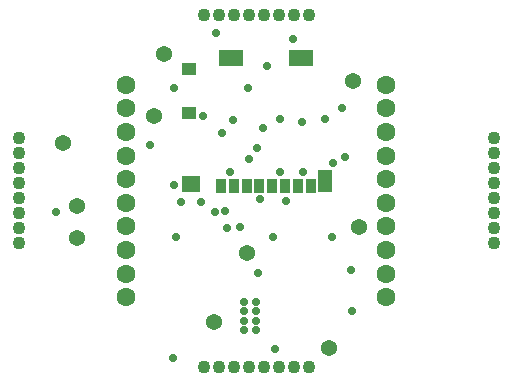
<source format=gbs>
G04*
G04 #@! TF.GenerationSoftware,Altium Limited,Altium Designer,24.0.1 (36)*
G04*
G04 Layer_Color=16711935*
%FSLAX44Y44*%
%MOMM*%
G71*
G04*
G04 #@! TF.SameCoordinates,BFD44B55-2052-4A58-B096-8A348341E0BB*
G04*
G04*
G04 #@! TF.FilePolarity,Negative*
G04*
G01*
G75*
%ADD39C,1.1000*%
%ADD40C,1.6000*%
%ADD41C,1.3700*%
%ADD42C,0.7000*%
%ADD58R,1.2700X1.9000*%
%ADD59R,0.8500X1.2000*%
%ADD60R,0.9500X1.2000*%
%ADD61R,1.6500X1.4500*%
%ADD62R,1.3000X1.1000*%
%ADD63R,2.0000X1.4500*%
D39*
X348000Y110090D02*
D03*
Y122790D02*
D03*
Y135490D02*
D03*
Y148190D02*
D03*
Y160890D02*
D03*
Y173590D02*
D03*
Y186290D02*
D03*
Y198990D02*
D03*
X-54000Y198910D02*
D03*
Y186210D02*
D03*
Y173510D02*
D03*
Y160810D02*
D03*
Y148110D02*
D03*
Y135410D02*
D03*
Y122710D02*
D03*
Y110010D02*
D03*
X102590Y5000D02*
D03*
X115290D02*
D03*
X127990D02*
D03*
X140690D02*
D03*
X153390D02*
D03*
X166090D02*
D03*
X178790D02*
D03*
X191490D02*
D03*
X191410Y303000D02*
D03*
X178710D02*
D03*
X166010D02*
D03*
X153310D02*
D03*
X140610D02*
D03*
X127910D02*
D03*
X115210D02*
D03*
X102510D02*
D03*
D40*
X36939Y104361D02*
D03*
Y64361D02*
D03*
Y84361D02*
D03*
Y164361D02*
D03*
Y124361D02*
D03*
Y144361D02*
D03*
Y224361D02*
D03*
Y184361D02*
D03*
Y204361D02*
D03*
Y244361D02*
D03*
X256903Y104361D02*
D03*
Y64361D02*
D03*
Y84361D02*
D03*
Y164361D02*
D03*
Y124361D02*
D03*
Y144361D02*
D03*
Y224361D02*
D03*
Y184361D02*
D03*
Y204361D02*
D03*
Y244361D02*
D03*
D41*
X60454Y218010D02*
D03*
X233941Y124000D02*
D03*
X229291Y247319D02*
D03*
X139559Y101629D02*
D03*
X208740Y21758D02*
D03*
X110958Y43685D02*
D03*
X68875Y270135D02*
D03*
X-16136Y194730D02*
D03*
X-5000Y142028D02*
D03*
Y114605D02*
D03*
D42*
X77525Y241254D02*
D03*
X222614Y182827D02*
D03*
X212325Y178044D02*
D03*
X161143Y115000D02*
D03*
X148595Y85293D02*
D03*
X156143Y260075D02*
D03*
X227195Y87611D02*
D03*
X163379Y20896D02*
D03*
X140525Y241254D02*
D03*
X100125Y145110D02*
D03*
X79275Y115702D02*
D03*
X124872Y170375D02*
D03*
X120743Y137642D02*
D03*
X133025Y124264D02*
D03*
X122675Y122790D02*
D03*
X112025Y136907D02*
D03*
X146597Y36500D02*
D03*
Y44478D02*
D03*
Y52793D02*
D03*
Y60539D02*
D03*
X136875Y36500D02*
D03*
Y44478D02*
D03*
X137175Y52793D02*
D03*
Y60539D02*
D03*
X76475Y12620D02*
D03*
X228315Y53041D02*
D03*
X210919Y115500D02*
D03*
X77525Y159375D02*
D03*
X172393Y145584D02*
D03*
X150393Y147875D02*
D03*
X140875Y181750D02*
D03*
X178385Y282621D02*
D03*
X167143Y215244D02*
D03*
X127119Y214361D02*
D03*
X186875Y170375D02*
D03*
X167622D02*
D03*
X205310Y215644D02*
D03*
X186254Y213000D02*
D03*
X219918Y224361D02*
D03*
X-22000Y136360D02*
D03*
X56895Y193000D02*
D03*
X102192Y218000D02*
D03*
X118125Y203089D02*
D03*
X152893Y208000D02*
D03*
X112875Y287725D02*
D03*
X83275Y145110D02*
D03*
X147827Y190502D02*
D03*
D58*
X205475Y162375D02*
D03*
D59*
X193375Y158875D02*
D03*
D60*
X182875D02*
D03*
X171875D02*
D03*
X160875D02*
D03*
X149875D02*
D03*
X138875D02*
D03*
X127875D02*
D03*
X116875D02*
D03*
D61*
X92275Y160125D02*
D03*
D62*
X90525Y257375D02*
D03*
Y220375D02*
D03*
D63*
X125525Y267125D02*
D03*
X185225D02*
D03*
M02*

</source>
